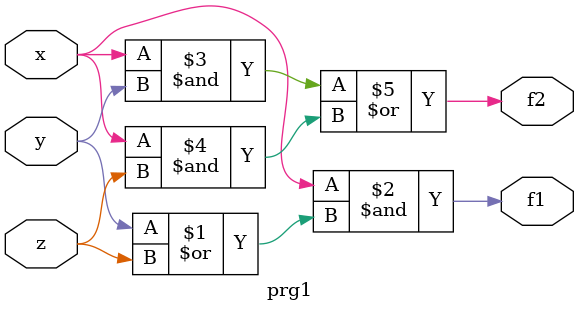
<source format=v>
module prg1(x,y,z,f1,f2);
input x,y,z;
output f1,f2;
assign f1=x&(y|z);
assign f2=(x&y)|(x&z);
endmodule

</source>
